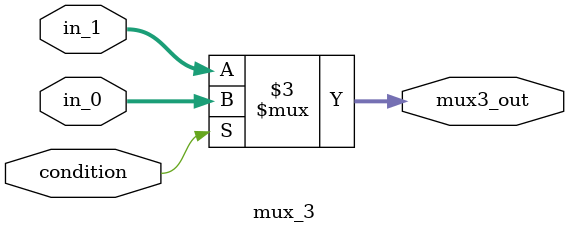
<source format=v>
`timescale 1ns/1ns

module mux_3(

	input condition,
	input [31:0] in_0,
	input [31:0] in_1,

	output reg [31:0] mux3_out
);


always @*
begin
	if (condition)

		mux3_out <= in_0;

	else

		mux3_out <= in_1;
end
endmodule

</source>
